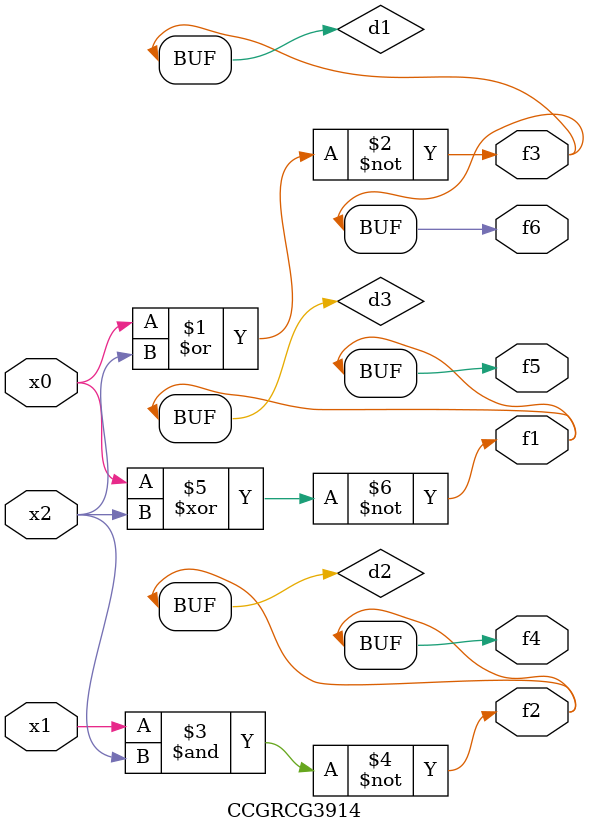
<source format=v>
module CCGRCG3914(
	input x0, x1, x2,
	output f1, f2, f3, f4, f5, f6
);

	wire d1, d2, d3;

	nor (d1, x0, x2);
	nand (d2, x1, x2);
	xnor (d3, x0, x2);
	assign f1 = d3;
	assign f2 = d2;
	assign f3 = d1;
	assign f4 = d2;
	assign f5 = d3;
	assign f6 = d1;
endmodule

</source>
